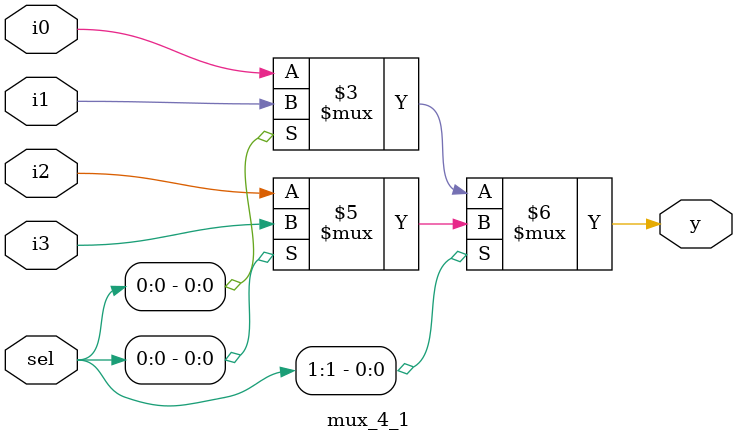
<source format=sv>
module mux_4_1 ( input [1:0] sel , output y , input i0 , input i1 ,input i2 ,input i3 );
  
  assign y =  (!sel[1]) ?( !sel[0] ? i0 : i1 ) : ( !sel[0] ? i2 : i3 );
  
endmodule

</source>
